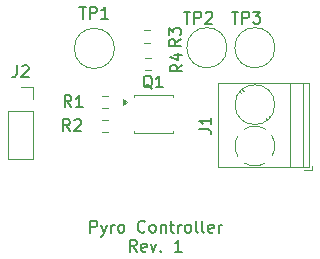
<source format=gbr>
%TF.GenerationSoftware,KiCad,Pcbnew,8.0.6*%
%TF.CreationDate,2024-10-29T20:24:19-04:00*%
%TF.ProjectId,Pyro-Controller,5079726f-2d43-46f6-9e74-726f6c6c6572,rev?*%
%TF.SameCoordinates,Original*%
%TF.FileFunction,Legend,Top*%
%TF.FilePolarity,Positive*%
%FSLAX46Y46*%
G04 Gerber Fmt 4.6, Leading zero omitted, Abs format (unit mm)*
G04 Created by KiCad (PCBNEW 8.0.6) date 2024-10-29 20:24:19*
%MOMM*%
%LPD*%
G01*
G04 APERTURE LIST*
%ADD10C,0.200000*%
%ADD11C,0.150000*%
%ADD12C,0.120000*%
G04 APERTURE END LIST*
D10*
X31543402Y-40929275D02*
X31543402Y-39929275D01*
X31543402Y-39929275D02*
X31924354Y-39929275D01*
X31924354Y-39929275D02*
X32019592Y-39976894D01*
X32019592Y-39976894D02*
X32067211Y-40024513D01*
X32067211Y-40024513D02*
X32114830Y-40119751D01*
X32114830Y-40119751D02*
X32114830Y-40262608D01*
X32114830Y-40262608D02*
X32067211Y-40357846D01*
X32067211Y-40357846D02*
X32019592Y-40405465D01*
X32019592Y-40405465D02*
X31924354Y-40453084D01*
X31924354Y-40453084D02*
X31543402Y-40453084D01*
X32448164Y-40262608D02*
X32686259Y-40929275D01*
X32924354Y-40262608D02*
X32686259Y-40929275D01*
X32686259Y-40929275D02*
X32591021Y-41167370D01*
X32591021Y-41167370D02*
X32543402Y-41214989D01*
X32543402Y-41214989D02*
X32448164Y-41262608D01*
X33305307Y-40929275D02*
X33305307Y-40262608D01*
X33305307Y-40453084D02*
X33352926Y-40357846D01*
X33352926Y-40357846D02*
X33400545Y-40310227D01*
X33400545Y-40310227D02*
X33495783Y-40262608D01*
X33495783Y-40262608D02*
X33591021Y-40262608D01*
X34067212Y-40929275D02*
X33971974Y-40881656D01*
X33971974Y-40881656D02*
X33924355Y-40834036D01*
X33924355Y-40834036D02*
X33876736Y-40738798D01*
X33876736Y-40738798D02*
X33876736Y-40453084D01*
X33876736Y-40453084D02*
X33924355Y-40357846D01*
X33924355Y-40357846D02*
X33971974Y-40310227D01*
X33971974Y-40310227D02*
X34067212Y-40262608D01*
X34067212Y-40262608D02*
X34210069Y-40262608D01*
X34210069Y-40262608D02*
X34305307Y-40310227D01*
X34305307Y-40310227D02*
X34352926Y-40357846D01*
X34352926Y-40357846D02*
X34400545Y-40453084D01*
X34400545Y-40453084D02*
X34400545Y-40738798D01*
X34400545Y-40738798D02*
X34352926Y-40834036D01*
X34352926Y-40834036D02*
X34305307Y-40881656D01*
X34305307Y-40881656D02*
X34210069Y-40929275D01*
X34210069Y-40929275D02*
X34067212Y-40929275D01*
X36162450Y-40834036D02*
X36114831Y-40881656D01*
X36114831Y-40881656D02*
X35971974Y-40929275D01*
X35971974Y-40929275D02*
X35876736Y-40929275D01*
X35876736Y-40929275D02*
X35733879Y-40881656D01*
X35733879Y-40881656D02*
X35638641Y-40786417D01*
X35638641Y-40786417D02*
X35591022Y-40691179D01*
X35591022Y-40691179D02*
X35543403Y-40500703D01*
X35543403Y-40500703D02*
X35543403Y-40357846D01*
X35543403Y-40357846D02*
X35591022Y-40167370D01*
X35591022Y-40167370D02*
X35638641Y-40072132D01*
X35638641Y-40072132D02*
X35733879Y-39976894D01*
X35733879Y-39976894D02*
X35876736Y-39929275D01*
X35876736Y-39929275D02*
X35971974Y-39929275D01*
X35971974Y-39929275D02*
X36114831Y-39976894D01*
X36114831Y-39976894D02*
X36162450Y-40024513D01*
X36733879Y-40929275D02*
X36638641Y-40881656D01*
X36638641Y-40881656D02*
X36591022Y-40834036D01*
X36591022Y-40834036D02*
X36543403Y-40738798D01*
X36543403Y-40738798D02*
X36543403Y-40453084D01*
X36543403Y-40453084D02*
X36591022Y-40357846D01*
X36591022Y-40357846D02*
X36638641Y-40310227D01*
X36638641Y-40310227D02*
X36733879Y-40262608D01*
X36733879Y-40262608D02*
X36876736Y-40262608D01*
X36876736Y-40262608D02*
X36971974Y-40310227D01*
X36971974Y-40310227D02*
X37019593Y-40357846D01*
X37019593Y-40357846D02*
X37067212Y-40453084D01*
X37067212Y-40453084D02*
X37067212Y-40738798D01*
X37067212Y-40738798D02*
X37019593Y-40834036D01*
X37019593Y-40834036D02*
X36971974Y-40881656D01*
X36971974Y-40881656D02*
X36876736Y-40929275D01*
X36876736Y-40929275D02*
X36733879Y-40929275D01*
X37495784Y-40262608D02*
X37495784Y-40929275D01*
X37495784Y-40357846D02*
X37543403Y-40310227D01*
X37543403Y-40310227D02*
X37638641Y-40262608D01*
X37638641Y-40262608D02*
X37781498Y-40262608D01*
X37781498Y-40262608D02*
X37876736Y-40310227D01*
X37876736Y-40310227D02*
X37924355Y-40405465D01*
X37924355Y-40405465D02*
X37924355Y-40929275D01*
X38257689Y-40262608D02*
X38638641Y-40262608D01*
X38400546Y-39929275D02*
X38400546Y-40786417D01*
X38400546Y-40786417D02*
X38448165Y-40881656D01*
X38448165Y-40881656D02*
X38543403Y-40929275D01*
X38543403Y-40929275D02*
X38638641Y-40929275D01*
X38971975Y-40929275D02*
X38971975Y-40262608D01*
X38971975Y-40453084D02*
X39019594Y-40357846D01*
X39019594Y-40357846D02*
X39067213Y-40310227D01*
X39067213Y-40310227D02*
X39162451Y-40262608D01*
X39162451Y-40262608D02*
X39257689Y-40262608D01*
X39733880Y-40929275D02*
X39638642Y-40881656D01*
X39638642Y-40881656D02*
X39591023Y-40834036D01*
X39591023Y-40834036D02*
X39543404Y-40738798D01*
X39543404Y-40738798D02*
X39543404Y-40453084D01*
X39543404Y-40453084D02*
X39591023Y-40357846D01*
X39591023Y-40357846D02*
X39638642Y-40310227D01*
X39638642Y-40310227D02*
X39733880Y-40262608D01*
X39733880Y-40262608D02*
X39876737Y-40262608D01*
X39876737Y-40262608D02*
X39971975Y-40310227D01*
X39971975Y-40310227D02*
X40019594Y-40357846D01*
X40019594Y-40357846D02*
X40067213Y-40453084D01*
X40067213Y-40453084D02*
X40067213Y-40738798D01*
X40067213Y-40738798D02*
X40019594Y-40834036D01*
X40019594Y-40834036D02*
X39971975Y-40881656D01*
X39971975Y-40881656D02*
X39876737Y-40929275D01*
X39876737Y-40929275D02*
X39733880Y-40929275D01*
X40638642Y-40929275D02*
X40543404Y-40881656D01*
X40543404Y-40881656D02*
X40495785Y-40786417D01*
X40495785Y-40786417D02*
X40495785Y-39929275D01*
X41162452Y-40929275D02*
X41067214Y-40881656D01*
X41067214Y-40881656D02*
X41019595Y-40786417D01*
X41019595Y-40786417D02*
X41019595Y-39929275D01*
X41924357Y-40881656D02*
X41829119Y-40929275D01*
X41829119Y-40929275D02*
X41638643Y-40929275D01*
X41638643Y-40929275D02*
X41543405Y-40881656D01*
X41543405Y-40881656D02*
X41495786Y-40786417D01*
X41495786Y-40786417D02*
X41495786Y-40405465D01*
X41495786Y-40405465D02*
X41543405Y-40310227D01*
X41543405Y-40310227D02*
X41638643Y-40262608D01*
X41638643Y-40262608D02*
X41829119Y-40262608D01*
X41829119Y-40262608D02*
X41924357Y-40310227D01*
X41924357Y-40310227D02*
X41971976Y-40405465D01*
X41971976Y-40405465D02*
X41971976Y-40500703D01*
X41971976Y-40500703D02*
X41495786Y-40595941D01*
X42400548Y-40929275D02*
X42400548Y-40262608D01*
X42400548Y-40453084D02*
X42448167Y-40357846D01*
X42448167Y-40357846D02*
X42495786Y-40310227D01*
X42495786Y-40310227D02*
X42591024Y-40262608D01*
X42591024Y-40262608D02*
X42686262Y-40262608D01*
X35448165Y-42539219D02*
X35114832Y-42063028D01*
X34876737Y-42539219D02*
X34876737Y-41539219D01*
X34876737Y-41539219D02*
X35257689Y-41539219D01*
X35257689Y-41539219D02*
X35352927Y-41586838D01*
X35352927Y-41586838D02*
X35400546Y-41634457D01*
X35400546Y-41634457D02*
X35448165Y-41729695D01*
X35448165Y-41729695D02*
X35448165Y-41872552D01*
X35448165Y-41872552D02*
X35400546Y-41967790D01*
X35400546Y-41967790D02*
X35352927Y-42015409D01*
X35352927Y-42015409D02*
X35257689Y-42063028D01*
X35257689Y-42063028D02*
X34876737Y-42063028D01*
X36257689Y-42491600D02*
X36162451Y-42539219D01*
X36162451Y-42539219D02*
X35971975Y-42539219D01*
X35971975Y-42539219D02*
X35876737Y-42491600D01*
X35876737Y-42491600D02*
X35829118Y-42396361D01*
X35829118Y-42396361D02*
X35829118Y-42015409D01*
X35829118Y-42015409D02*
X35876737Y-41920171D01*
X35876737Y-41920171D02*
X35971975Y-41872552D01*
X35971975Y-41872552D02*
X36162451Y-41872552D01*
X36162451Y-41872552D02*
X36257689Y-41920171D01*
X36257689Y-41920171D02*
X36305308Y-42015409D01*
X36305308Y-42015409D02*
X36305308Y-42110647D01*
X36305308Y-42110647D02*
X35829118Y-42205885D01*
X36638642Y-41872552D02*
X36876737Y-42539219D01*
X36876737Y-42539219D02*
X37114832Y-41872552D01*
X37495785Y-42443980D02*
X37543404Y-42491600D01*
X37543404Y-42491600D02*
X37495785Y-42539219D01*
X37495785Y-42539219D02*
X37448166Y-42491600D01*
X37448166Y-42491600D02*
X37495785Y-42443980D01*
X37495785Y-42443980D02*
X37495785Y-42539219D01*
X39257689Y-42539219D02*
X38686261Y-42539219D01*
X38971975Y-42539219D02*
X38971975Y-41539219D01*
X38971975Y-41539219D02*
X38876737Y-41682076D01*
X38876737Y-41682076D02*
X38781499Y-41777314D01*
X38781499Y-41777314D02*
X38686261Y-41824933D01*
D11*
X43504095Y-22227819D02*
X44075523Y-22227819D01*
X43789809Y-23227819D02*
X43789809Y-22227819D01*
X44408857Y-23227819D02*
X44408857Y-22227819D01*
X44408857Y-22227819D02*
X44789809Y-22227819D01*
X44789809Y-22227819D02*
X44885047Y-22275438D01*
X44885047Y-22275438D02*
X44932666Y-22323057D01*
X44932666Y-22323057D02*
X44980285Y-22418295D01*
X44980285Y-22418295D02*
X44980285Y-22561152D01*
X44980285Y-22561152D02*
X44932666Y-22656390D01*
X44932666Y-22656390D02*
X44885047Y-22704009D01*
X44885047Y-22704009D02*
X44789809Y-22751628D01*
X44789809Y-22751628D02*
X44408857Y-22751628D01*
X45313619Y-22227819D02*
X45932666Y-22227819D01*
X45932666Y-22227819D02*
X45599333Y-22608771D01*
X45599333Y-22608771D02*
X45742190Y-22608771D01*
X45742190Y-22608771D02*
X45837428Y-22656390D01*
X45837428Y-22656390D02*
X45885047Y-22704009D01*
X45885047Y-22704009D02*
X45932666Y-22799247D01*
X45932666Y-22799247D02*
X45932666Y-23037342D01*
X45932666Y-23037342D02*
X45885047Y-23132580D01*
X45885047Y-23132580D02*
X45837428Y-23180200D01*
X45837428Y-23180200D02*
X45742190Y-23227819D01*
X45742190Y-23227819D02*
X45456476Y-23227819D01*
X45456476Y-23227819D02*
X45361238Y-23180200D01*
X45361238Y-23180200D02*
X45313619Y-23132580D01*
X39189819Y-24550666D02*
X38713628Y-24883999D01*
X39189819Y-25122094D02*
X38189819Y-25122094D01*
X38189819Y-25122094D02*
X38189819Y-24741142D01*
X38189819Y-24741142D02*
X38237438Y-24645904D01*
X38237438Y-24645904D02*
X38285057Y-24598285D01*
X38285057Y-24598285D02*
X38380295Y-24550666D01*
X38380295Y-24550666D02*
X38523152Y-24550666D01*
X38523152Y-24550666D02*
X38618390Y-24598285D01*
X38618390Y-24598285D02*
X38666009Y-24645904D01*
X38666009Y-24645904D02*
X38713628Y-24741142D01*
X38713628Y-24741142D02*
X38713628Y-25122094D01*
X38189819Y-24217332D02*
X38189819Y-23598285D01*
X38189819Y-23598285D02*
X38570771Y-23931618D01*
X38570771Y-23931618D02*
X38570771Y-23788761D01*
X38570771Y-23788761D02*
X38618390Y-23693523D01*
X38618390Y-23693523D02*
X38666009Y-23645904D01*
X38666009Y-23645904D02*
X38761247Y-23598285D01*
X38761247Y-23598285D02*
X38999342Y-23598285D01*
X38999342Y-23598285D02*
X39094580Y-23645904D01*
X39094580Y-23645904D02*
X39142200Y-23693523D01*
X39142200Y-23693523D02*
X39189819Y-23788761D01*
X39189819Y-23788761D02*
X39189819Y-24074475D01*
X39189819Y-24074475D02*
X39142200Y-24169713D01*
X39142200Y-24169713D02*
X39094580Y-24217332D01*
X40760819Y-32182333D02*
X41475104Y-32182333D01*
X41475104Y-32182333D02*
X41617961Y-32229952D01*
X41617961Y-32229952D02*
X41713200Y-32325190D01*
X41713200Y-32325190D02*
X41760819Y-32468047D01*
X41760819Y-32468047D02*
X41760819Y-32563285D01*
X41760819Y-31182333D02*
X41760819Y-31753761D01*
X41760819Y-31468047D02*
X40760819Y-31468047D01*
X40760819Y-31468047D02*
X40903676Y-31563285D01*
X40903676Y-31563285D02*
X40998914Y-31658523D01*
X40998914Y-31658523D02*
X41046533Y-31753761D01*
X39440095Y-22227819D02*
X40011523Y-22227819D01*
X39725809Y-23227819D02*
X39725809Y-22227819D01*
X40344857Y-23227819D02*
X40344857Y-22227819D01*
X40344857Y-22227819D02*
X40725809Y-22227819D01*
X40725809Y-22227819D02*
X40821047Y-22275438D01*
X40821047Y-22275438D02*
X40868666Y-22323057D01*
X40868666Y-22323057D02*
X40916285Y-22418295D01*
X40916285Y-22418295D02*
X40916285Y-22561152D01*
X40916285Y-22561152D02*
X40868666Y-22656390D01*
X40868666Y-22656390D02*
X40821047Y-22704009D01*
X40821047Y-22704009D02*
X40725809Y-22751628D01*
X40725809Y-22751628D02*
X40344857Y-22751628D01*
X41297238Y-22323057D02*
X41344857Y-22275438D01*
X41344857Y-22275438D02*
X41440095Y-22227819D01*
X41440095Y-22227819D02*
X41678190Y-22227819D01*
X41678190Y-22227819D02*
X41773428Y-22275438D01*
X41773428Y-22275438D02*
X41821047Y-22323057D01*
X41821047Y-22323057D02*
X41868666Y-22418295D01*
X41868666Y-22418295D02*
X41868666Y-22513533D01*
X41868666Y-22513533D02*
X41821047Y-22656390D01*
X41821047Y-22656390D02*
X41249619Y-23227819D01*
X41249619Y-23227819D02*
X41868666Y-23227819D01*
X30615095Y-21806819D02*
X31186523Y-21806819D01*
X30900809Y-22806819D02*
X30900809Y-21806819D01*
X31519857Y-22806819D02*
X31519857Y-21806819D01*
X31519857Y-21806819D02*
X31900809Y-21806819D01*
X31900809Y-21806819D02*
X31996047Y-21854438D01*
X31996047Y-21854438D02*
X32043666Y-21902057D01*
X32043666Y-21902057D02*
X32091285Y-21997295D01*
X32091285Y-21997295D02*
X32091285Y-22140152D01*
X32091285Y-22140152D02*
X32043666Y-22235390D01*
X32043666Y-22235390D02*
X31996047Y-22283009D01*
X31996047Y-22283009D02*
X31900809Y-22330628D01*
X31900809Y-22330628D02*
X31519857Y-22330628D01*
X33043666Y-22806819D02*
X32472238Y-22806819D01*
X32757952Y-22806819D02*
X32757952Y-21806819D01*
X32757952Y-21806819D02*
X32662714Y-21949676D01*
X32662714Y-21949676D02*
X32567476Y-22044914D01*
X32567476Y-22044914D02*
X32472238Y-22092533D01*
X25320666Y-26759819D02*
X25320666Y-27474104D01*
X25320666Y-27474104D02*
X25273047Y-27616961D01*
X25273047Y-27616961D02*
X25177809Y-27712200D01*
X25177809Y-27712200D02*
X25034952Y-27759819D01*
X25034952Y-27759819D02*
X24939714Y-27759819D01*
X25749238Y-26855057D02*
X25796857Y-26807438D01*
X25796857Y-26807438D02*
X25892095Y-26759819D01*
X25892095Y-26759819D02*
X26130190Y-26759819D01*
X26130190Y-26759819D02*
X26225428Y-26807438D01*
X26225428Y-26807438D02*
X26273047Y-26855057D01*
X26273047Y-26855057D02*
X26320666Y-26950295D01*
X26320666Y-26950295D02*
X26320666Y-27045533D01*
X26320666Y-27045533D02*
X26273047Y-27188390D01*
X26273047Y-27188390D02*
X25701619Y-27759819D01*
X25701619Y-27759819D02*
X26320666Y-27759819D01*
X39316819Y-26709666D02*
X38840628Y-27042999D01*
X39316819Y-27281094D02*
X38316819Y-27281094D01*
X38316819Y-27281094D02*
X38316819Y-26900142D01*
X38316819Y-26900142D02*
X38364438Y-26804904D01*
X38364438Y-26804904D02*
X38412057Y-26757285D01*
X38412057Y-26757285D02*
X38507295Y-26709666D01*
X38507295Y-26709666D02*
X38650152Y-26709666D01*
X38650152Y-26709666D02*
X38745390Y-26757285D01*
X38745390Y-26757285D02*
X38793009Y-26804904D01*
X38793009Y-26804904D02*
X38840628Y-26900142D01*
X38840628Y-26900142D02*
X38840628Y-27281094D01*
X38650152Y-25852523D02*
X39316819Y-25852523D01*
X38269200Y-26090618D02*
X38983485Y-26328713D01*
X38983485Y-26328713D02*
X38983485Y-25709666D01*
X36772761Y-28737057D02*
X36677523Y-28689438D01*
X36677523Y-28689438D02*
X36582285Y-28594200D01*
X36582285Y-28594200D02*
X36439428Y-28451342D01*
X36439428Y-28451342D02*
X36344190Y-28403723D01*
X36344190Y-28403723D02*
X36248952Y-28403723D01*
X36296571Y-28641819D02*
X36201333Y-28594200D01*
X36201333Y-28594200D02*
X36106095Y-28498961D01*
X36106095Y-28498961D02*
X36058476Y-28308485D01*
X36058476Y-28308485D02*
X36058476Y-27975152D01*
X36058476Y-27975152D02*
X36106095Y-27784676D01*
X36106095Y-27784676D02*
X36201333Y-27689438D01*
X36201333Y-27689438D02*
X36296571Y-27641819D01*
X36296571Y-27641819D02*
X36487047Y-27641819D01*
X36487047Y-27641819D02*
X36582285Y-27689438D01*
X36582285Y-27689438D02*
X36677523Y-27784676D01*
X36677523Y-27784676D02*
X36725142Y-27975152D01*
X36725142Y-27975152D02*
X36725142Y-28308485D01*
X36725142Y-28308485D02*
X36677523Y-28498961D01*
X36677523Y-28498961D02*
X36582285Y-28594200D01*
X36582285Y-28594200D02*
X36487047Y-28641819D01*
X36487047Y-28641819D02*
X36296571Y-28641819D01*
X37677523Y-28641819D02*
X37106095Y-28641819D01*
X37391809Y-28641819D02*
X37391809Y-27641819D01*
X37391809Y-27641819D02*
X37296571Y-27784676D01*
X37296571Y-27784676D02*
X37201333Y-27879914D01*
X37201333Y-27879914D02*
X37106095Y-27927533D01*
X29932333Y-30299819D02*
X29599000Y-29823628D01*
X29360905Y-30299819D02*
X29360905Y-29299819D01*
X29360905Y-29299819D02*
X29741857Y-29299819D01*
X29741857Y-29299819D02*
X29837095Y-29347438D01*
X29837095Y-29347438D02*
X29884714Y-29395057D01*
X29884714Y-29395057D02*
X29932333Y-29490295D01*
X29932333Y-29490295D02*
X29932333Y-29633152D01*
X29932333Y-29633152D02*
X29884714Y-29728390D01*
X29884714Y-29728390D02*
X29837095Y-29776009D01*
X29837095Y-29776009D02*
X29741857Y-29823628D01*
X29741857Y-29823628D02*
X29360905Y-29823628D01*
X30884714Y-30299819D02*
X30313286Y-30299819D01*
X30599000Y-30299819D02*
X30599000Y-29299819D01*
X30599000Y-29299819D02*
X30503762Y-29442676D01*
X30503762Y-29442676D02*
X30408524Y-29537914D01*
X30408524Y-29537914D02*
X30313286Y-29585533D01*
X29805333Y-32331819D02*
X29472000Y-31855628D01*
X29233905Y-32331819D02*
X29233905Y-31331819D01*
X29233905Y-31331819D02*
X29614857Y-31331819D01*
X29614857Y-31331819D02*
X29710095Y-31379438D01*
X29710095Y-31379438D02*
X29757714Y-31427057D01*
X29757714Y-31427057D02*
X29805333Y-31522295D01*
X29805333Y-31522295D02*
X29805333Y-31665152D01*
X29805333Y-31665152D02*
X29757714Y-31760390D01*
X29757714Y-31760390D02*
X29710095Y-31808009D01*
X29710095Y-31808009D02*
X29614857Y-31855628D01*
X29614857Y-31855628D02*
X29233905Y-31855628D01*
X30186286Y-31427057D02*
X30233905Y-31379438D01*
X30233905Y-31379438D02*
X30329143Y-31331819D01*
X30329143Y-31331819D02*
X30567238Y-31331819D01*
X30567238Y-31331819D02*
X30662476Y-31379438D01*
X30662476Y-31379438D02*
X30710095Y-31427057D01*
X30710095Y-31427057D02*
X30757714Y-31522295D01*
X30757714Y-31522295D02*
X30757714Y-31617533D01*
X30757714Y-31617533D02*
X30710095Y-31760390D01*
X30710095Y-31760390D02*
X30138667Y-32331819D01*
X30138667Y-32331819D02*
X30757714Y-32331819D01*
D12*
%TO.C,TP3*%
X47166000Y-25273000D02*
G75*
G02*
X43766000Y-25273000I-1700000J0D01*
G01*
X43766000Y-25273000D02*
G75*
G02*
X47166000Y-25273000I1700000J0D01*
G01*
%TO.C,R3*%
X36703724Y-26147500D02*
X36194276Y-26147500D01*
X36703724Y-27192500D02*
X36194276Y-27192500D01*
%TO.C,J1*%
X42306000Y-28289000D02*
X50026000Y-28289000D01*
X42306000Y-35409000D02*
X42306000Y-28289000D01*
X42306000Y-35409000D02*
X50026000Y-35409000D01*
X44191000Y-29029000D02*
X44285000Y-29123000D01*
X44397000Y-28824000D02*
X44525000Y-28953000D01*
X46407000Y-31244000D02*
X46535000Y-31373000D01*
X46647000Y-31074000D02*
X46740000Y-31168000D01*
X48466000Y-35409000D02*
X48466000Y-28289000D01*
X49566000Y-35409000D02*
X49566000Y-28289000D01*
X49626000Y-35649000D02*
X50266000Y-35649000D01*
X50026000Y-35409000D02*
X50026000Y-28289000D01*
X50266000Y-35649000D02*
X50266000Y-35249000D01*
X44040642Y-34488894D02*
G75*
G02*
X44026000Y-32733000I1425356J889894D01*
G01*
X44575807Y-32173496D02*
G75*
G02*
X46357000Y-32174000I890193J-1425507D01*
G01*
X46355894Y-35024358D02*
G75*
G02*
X44600000Y-35039000I-889894J1425356D01*
G01*
X46890721Y-32708736D02*
G75*
G02*
X47146000Y-33599000I-1424711J-890261D01*
G01*
X47146099Y-33570326D02*
G75*
G02*
X46906000Y-34465000I-1680113J-28671D01*
G01*
X47146000Y-30099000D02*
G75*
G02*
X43786000Y-30099000I-1680000J0D01*
G01*
X43786000Y-30099000D02*
G75*
G02*
X47146000Y-30099000I1680000J0D01*
G01*
%TO.C,TP2*%
X43102000Y-25273000D02*
G75*
G02*
X39702000Y-25273000I-1700000J0D01*
G01*
X39702000Y-25273000D02*
G75*
G02*
X43102000Y-25273000I1700000J0D01*
G01*
%TO.C,TP1*%
X33577000Y-25333000D02*
G75*
G02*
X30177000Y-25333000I-1700000J0D01*
G01*
X30177000Y-25333000D02*
G75*
G02*
X33577000Y-25333000I1700000J0D01*
G01*
%TO.C,J2*%
X24594000Y-30623000D02*
X24594000Y-34683000D01*
X24594000Y-30623000D02*
X26714000Y-30623000D01*
X24594000Y-34683000D02*
X26714000Y-34683000D01*
X25654000Y-28563000D02*
X26714000Y-28563000D01*
X26714000Y-28563000D02*
X26714000Y-29623000D01*
X26714000Y-30623000D02*
X26714000Y-34683000D01*
%TO.C,R4*%
X36627724Y-23810500D02*
X36118276Y-23810500D01*
X36627724Y-24855500D02*
X36118276Y-24855500D01*
%TO.C,Q1*%
X35233000Y-29252000D02*
X35233000Y-29437000D01*
X35233000Y-29252000D02*
X38503000Y-29252000D01*
X35233000Y-32337000D02*
X35233000Y-32522000D01*
X35233000Y-32522000D02*
X38503000Y-32522000D01*
X38503000Y-29252000D02*
X38503000Y-29437000D01*
X38503000Y-32337000D02*
X38503000Y-32522000D01*
X34668000Y-29887000D02*
X34338000Y-30127000D01*
X34338000Y-29647000D01*
X34668000Y-29887000D01*
G36*
X34668000Y-29887000D02*
G01*
X34338000Y-30127000D01*
X34338000Y-29647000D01*
X34668000Y-29887000D01*
G37*
%TO.C,R1*%
X33020724Y-29322500D02*
X32511276Y-29322500D01*
X33020724Y-30367500D02*
X32511276Y-30367500D01*
%TO.C,R2*%
X32511276Y-31354500D02*
X33020724Y-31354500D01*
X32511276Y-32399500D02*
X33020724Y-32399500D01*
%TD*%
M02*

</source>
